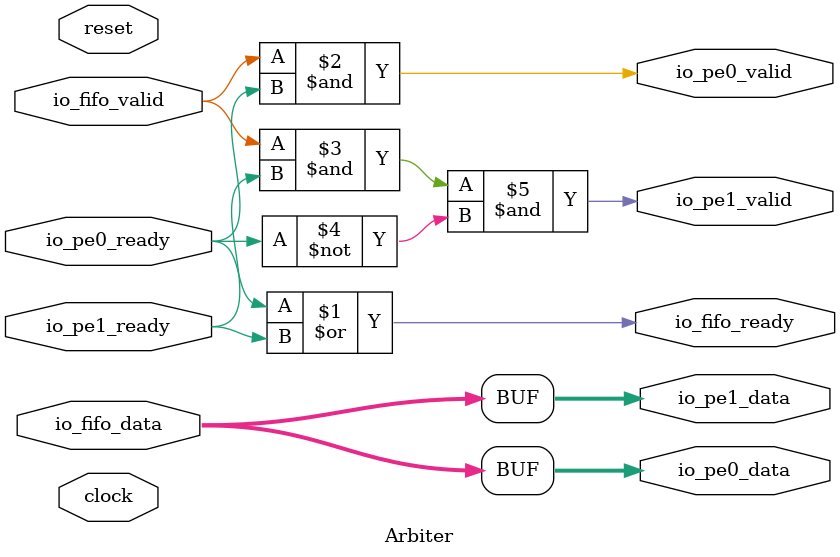
<source format=sv>
module Arbiter(	// src/main/scala/Arbiter/Arbiter.scala:7:7
  input         clock,	// src/main/scala/Arbiter/Arbiter.scala:7:7
                reset,	// src/main/scala/Arbiter/Arbiter.scala:7:7
                io_fifo_valid,	// src/main/scala/Arbiter/Arbiter.scala:8:14
  output        io_fifo_ready,	// src/main/scala/Arbiter/Arbiter.scala:8:14
  input  [15:0] io_fifo_data,	// src/main/scala/Arbiter/Arbiter.scala:8:14
  output        io_pe0_valid,	// src/main/scala/Arbiter/Arbiter.scala:8:14
  input         io_pe0_ready,	// src/main/scala/Arbiter/Arbiter.scala:8:14
  output [15:0] io_pe0_data,	// src/main/scala/Arbiter/Arbiter.scala:8:14
  output        io_pe1_valid,	// src/main/scala/Arbiter/Arbiter.scala:8:14
  input         io_pe1_ready,	// src/main/scala/Arbiter/Arbiter.scala:8:14
  output [15:0] io_pe1_data	// src/main/scala/Arbiter/Arbiter.scala:8:14
);

  assign io_fifo_ready = io_pe0_ready | io_pe1_ready;	// src/main/scala/Arbiter/Arbiter.scala:7:7, :26:33
  assign io_pe0_valid = io_fifo_valid & io_pe0_ready;	// src/main/scala/Arbiter/Arbiter.scala:7:7, :28:33
  assign io_pe0_data = io_fifo_data;	// src/main/scala/Arbiter/Arbiter.scala:7:7
  assign io_pe1_valid = io_fifo_valid & io_pe1_ready & ~io_pe0_ready;	// src/main/scala/Arbiter/Arbiter.scala:7:7, :29:{33,49,52}
  assign io_pe1_data = io_fifo_data;	// src/main/scala/Arbiter/Arbiter.scala:7:7
endmodule


</source>
